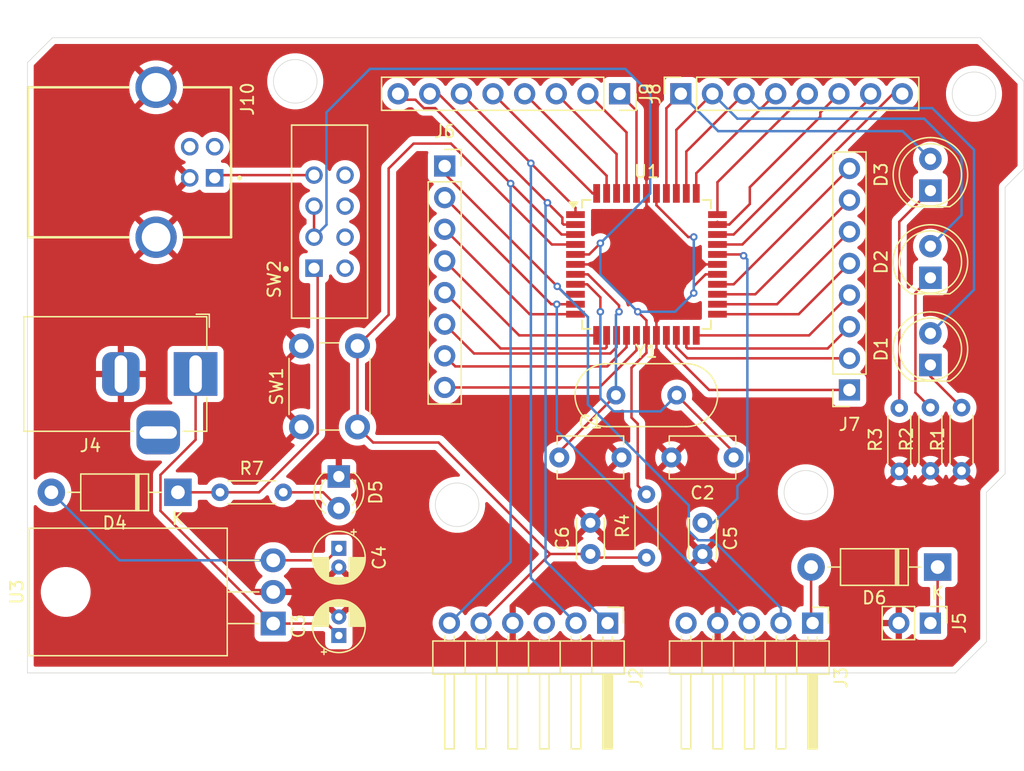
<source format=kicad_pcb>
(kicad_pcb (version 20241229) (generator "pcbnew") (generator_version "9.0")
  (layers (0 "F.Cu" signal) (2 "B.Cu" signal) (13 "F.Paste" user) (15 "B.Paste" user) (5 "F.SilkS" user "F.Silkscreen") (7 "B.SilkS" user "B.Silkscreen") (1 "F.Mask" user) (3 "B.Mask" user) (25 "Edge.Cuts" user))
  (net 0 "")
  (net 1 "Net-(U1-XTAL2)")
  (net 2 "GND")
  (net 3 "Net-(U1-XTAL1)")
  (net 4 "/12V")
  (net 5 "Net-(D4-A)")
  (net 6 "Net-(U1-AREF)")
  (net 7 "/RESET")
  (net 8 "/A2")
  (net 9 "Net-(D1-K)")
  (net 10 "Net-(D2-K)")
  (net 11 "/A1")
  (net 12 "/A0")
  (net 13 "Net-(D3-K)")
  (net 14 "/S1_5V")
  (net 15 "Net-(D5-A)")
  (net 16 "Net-(D6-K)")
  (net 17 "/3V3")
  (net 19 "/B7")
  (net 20 "/B6")
  (net 21 "/B5")
  (net 22 "/D1")
  (net 24 "/D0")
  (net 25 "/D4")
  (net 26 "/D6")
  (net 27 "/D7")
  (net 28 "/D5")
  (net 29 "/D2")
  (net 30 "/D3")
  (net 31 "/C5")
  (net 32 "/C6")
  (net 33 "/C4")
  (net 34 "/C7")
  (net 35 "/C0")
  (net 36 "/C1")
  (net 37 "/C3")
  (net 38 "/C2")
  (net 39 "/B2")
  (net 40 "/B3")
  (net 41 "/B1")
  (net 42 "/B0")
  (net 43 "/B4")
  (net 44 "/A7")
  (net 45 "/A6")
  (net 46 "/A3")
  (net 47 "/A5")
  (net 48 "/A4")
  (net 51 "/S2_5V")
  (net 52 "MC_VCC")
  (footprint "Diode_THT:D_DO-41_SOD81_P10.16mm_Horizontal" (layer "F.Cu") (at 101.08 79 180)
    (property "Reference" "D4" (at 5.08 -2.47 0) (layer "F.SilkS"))
    (property "Value" "1N4007")
    (fp_text user "K" (at 0 -2.1 0) (layer "F.SilkS"))
    (pad "1" thru_hole rect (at 0 0 180) (size 2.2 2.2) (drill 1.1) (layers "*.Cu" "*.Mask") (net 14 "/S1_5V"))
    (pad "2" thru_hole oval (at 10.16 0 180) (size 2.2 2.2) (drill 1.1) (layers "*.Cu" "*.Mask") (net 5 "Net-(D4-A)"))
  )
  (footprint "Connector_PinHeader_2.54mm:PinHeader_1x06_P2.54mm_Horizontal" (layer "F.Cu") (at 135.58 89.5 -90)
    (property "Reference" "J2" (at 4.385 -2.27 90) (layer "F.SilkS"))
    (property "Value" "Conn_01x06_Socket")
    (pad "1" thru_hole rect (at 0 0 270) (size 1.7 1.7) (drill 1) (layers "*.Cu" "*.Mask") (net 20 "/B6"))
    (pad "2" thru_hole oval (at 0 2.54 270) (size 1.7 1.7) (drill 1) (layers "*.Cu" "*.Mask") (net 21 "/B5"))
    (pad "3" thru_hole oval (at 0 5.08 270) (size 1.7 1.7) (drill 1) (layers "*.Cu" "*.Mask"))
    (pad "4" thru_hole oval (at 0 7.62 270) (size 1.7 1.7) (drill 1) (layers "*.Cu" "*.Mask") (net 2 "GND"))
    (pad "5" thru_hole oval (at 0 10.16 270) (size 1.7 1.7) (drill 1) (layers "*.Cu" "*.Mask") (net 7 "/RESET"))
    (pad "6" thru_hole oval (at 0 12.7 270) (size 1.7 1.7) (drill 1) (layers "*.Cu" "*.Mask") (net 19 "/B7"))
  )
  (footprint "Connector_PinHeader_2.54mm:PinHeader_1x02_P2.54mm_Vertical" (layer "F.Cu") (at 161.5 89.5 -90)
    (property "Reference" "J5" (at 0 -2.33 90) (layer "F.SilkS"))
    (property "Value" "Conn_01x02_Socket")
    (pad "1" thru_hole rect (at 0 0 270) (size 1.7 1.7) (drill 1) (layers "*.Cu" "*.Mask") (net 16 "Net-(D6-K)"))
    (pad "2" thru_hole oval (at 0 2.54 270) (size 1.7 1.7) (drill 1) (layers "*.Cu" "*.Mask") (net 2 "GND"))
  )
  (footprint "Resistor_THT:R_Axial_DIN0204_L3.6mm_D1.6mm_P5.08mm_Horizontal" (layer "F.Cu") (at 159 77.315 90)
    (property "Reference" "R3" (at 2.54 -1.92 90) (layer "F.SilkS"))
    (property "Value" "R")
    (pad "1" thru_hole circle (at 0 0 90) (size 1.4 1.4) (drill 0.7) (layers "*.Cu" "*.Mask") (net 2 "GND"))
    (pad "2" thru_hole oval (at 5.08 0 90) (size 1.4 1.4) (drill 0.7) (layers "*.Cu" "*.Mask") (net 13 "Net-(D3-K)"))
  )
  (footprint "Connector_PinSocket_2.54mm:PinSocket_1x08_P2.54mm_Vertical" (layer "F.Cu") (at 122.5 52.8)
    (property "Reference" "J6" (at 0 -2.77 0) (layer "F.SilkS"))
    (property "Value" "Conn_01x08_Socket")
    (pad "1" thru_hole rect (at 0 0) (size 1.7 1.7) (drill 1) (layers "*.Cu" "*.Mask") (net 24 "/D0"))
    (pad "2" thru_hole oval (at 0 2.54) (size 1.7 1.7) (drill 1) (layers "*.Cu" "*.Mask") (net 22 "/D1"))
    (pad "3" thru_hole oval (at 0 5.08) (size 1.7 1.7) (drill 1) (layers "*.Cu" "*.Mask") (net 29 "/D2"))
    (pad "4" thru_hole oval (at 0 7.62) (size 1.7 1.7) (drill 1) (layers "*.Cu" "*.Mask") (net 30 "/D3"))
    (pad "5" thru_hole oval (at 0 10.16) (size 1.7 1.7) (drill 1) (layers "*.Cu" "*.Mask") (net 25 "/D4"))
    (pad "6" thru_hole oval (at 0 12.7) (size 1.7 1.7) (drill 1) (layers "*.Cu" "*.Mask") (net 28 "/D5"))
    (pad "7" thru_hole oval (at 0 15.24) (size 1.7 1.7) (drill 1) (layers "*.Cu" "*.Mask") (net 26 "/D6"))
    (pad "8" thru_hole oval (at 0 17.78) (size 1.7 1.7) (drill 1) (layers "*.Cu" "*.Mask") (net 27 "/D7"))
  )
  (footprint "Resistor_THT:R_Axial_DIN0204_L3.6mm_D1.6mm_P5.08mm_Horizontal" (layer "F.Cu") (at 138.7 84.24 90)
    (property "Reference" "R4" (at 2.54 -1.92 90) (layer "F.SilkS"))
    (property "Value" "R")
    (pad "1" thru_hole circle (at 0 0 90) (size 1.4 1.4) (drill 0.7) (layers "*.Cu" "*.Mask") (net 7 "/RESET"))
    (pad "2" thru_hole oval (at 5.08 0 90) (size 1.4 1.4) (drill 0.7) (layers "*.Cu" "*.Mask") (net 52 "MC_VCC"))
  )
  (footprint "Connector_PinSocket_2.54mm:PinSocket_1x08_P2.54mm_Vertical" (layer "F.Cu") (at 155 70.78 180)
    (property "Reference" "J7" (at 0 -2.77 0) (layer "F.SilkS"))
    (property "Value" "Conn_01x08_Socket")
    (pad "1" thru_hole rect (at 0 0 180) (size 1.7 1.7) (drill 1) (layers "*.Cu" "*.Mask") (net 35 "/C0"))
    (pad "2" thru_hole oval (at 0 2.54 180) (size 1.7 1.7) (drill 1) (layers "*.Cu" "*.Mask") (net 36 "/C1"))
    (pad "3" thru_hole oval (at 0 5.08 180) (size 1.7 1.7) (drill 1) (layers "*.Cu" "*.Mask") (net 38 "/C2"))
    (pad "4" thru_hole oval (at 0 7.62 180) (size 1.7 1.7) (drill 1) (layers "*.Cu" "*.Mask") (net 37 "/C3"))
    (pad "5" thru_hole oval (at 0 10.16 180) (size 1.7 1.7) (drill 1) (layers "*.Cu" "*.Mask") (net 33 "/C4"))
    (pad "6" thru_hole oval (at 0 12.7 180) (size 1.7 1.7) (drill 1) (layers "*.Cu" "*.Mask") (net 31 "/C5"))
    (pad "7" thru_hole oval (at 0 15.24 180) (size 1.7 1.7) (drill 1) (layers "*.Cu" "*.Mask") (net 32 "/C6"))
    (pad "8" thru_hole oval (at 0 17.78 180) (size 1.7 1.7) (drill 1) (layers "*.Cu" "*.Mask") (net 34 "/C7"))
  )
  (footprint "Connector_BarrelJack:BarrelJack_Horizontal" (layer "F.Cu") (at 102.5 69.5)
    (property "Reference" "J4" (at -8.45 5.75 0) (layer "F.SilkS"))
    (property "Value" "Jack-DC")
    (pad "1" thru_hole rect (at 0 0) (size 3.5 3.5) (drill oval 1 3) (layers "*.Cu" "*.Mask") (net 4 "/12V"))
    (pad "2" thru_hole roundrect (at -6 0) (size 3 3.5) (drill oval 1 3) (layers "*.Cu" "*.Mask") (net 2 "GND"))
    (pad "3" thru_hole roundrect (at -3 4.7) (size 3.5 3.5) (drill oval 3 1) (layers "*.Cu" "*.Mask"))
  )
  (footprint "Capacitor_THT:CP_Radial_D4.0mm_P1.50mm" (layer "F.Cu") (at 114 83.5 -90)
    (property "Reference" "C4" (at 0.75 -3.25 90) (layer "F.SilkS"))
    (property "Value" "C_Polarized_Small")
    (pad "1" thru_hole rect (at 0 0 270) (size 1.2 1.2) (drill 0.6) (layers "*.Cu" "*.Mask") (net 5 "Net-(D4-A)"))
    (pad "2" thru_hole circle (at 1.5 0 270) (size 1.2 1.2) (drill 0.6) (layers "*.Cu" "*.Mask") (net 2 "GND"))
  )
  (footprint "LED_THT:LED_D3.0mm" (layer "F.Cu") (at 114 77.73 -90)
    (property "Reference" "D5" (at 1.27 -2.96 90) (layer "F.SilkS"))
    (property "Value" "LED")
    (pad "1" thru_hole rect (at 0 0 270) (size 1.8 1.8) (drill 0.9) (layers "*.Cu" "*.Mask") (net 2 "GND"))
    (pad "2" thru_hole circle (at 2.54 0 270) (size 1.8 1.8) (drill 0.9) (layers "*.Cu" "*.Mask") (net 15 "Net-(D5-A)"))
  )
  (footprint "LED_THT:LED_D5.0mm" (layer "F.Cu") (at 161.5 54.775 90)
    (property "Reference" "D3" (at 1.27 -3.96 90) (layer "F.SilkS"))
    (property "Value" "LED")
    (pad "1" thru_hole rect (at 0 0 90) (size 1.8 1.8) (drill 0.9) (layers "*.Cu" "*.Mask") (net 13 "Net-(D3-K)"))
    (pad "2" thru_hole circle (at 2.54 0 90) (size 1.8 1.8) (drill 0.9) (layers "*.Cu" "*.Mask") (net 12 "/A0"))
  )
  (footprint "LED_THT:LED_D5.0mm" (layer "F.Cu") (at 161.5 68.775 90)
    (property "Reference" "D1" (at 1.27 -3.96 90) (layer "F.SilkS"))
    (property "Value" "LED")
    (pad "1" thru_hole rect (at 0 0 90) (size 1.8 1.8) (drill 0.9) (layers "*.Cu" "*.Mask") (net 9 "Net-(D1-K)"))
    (pad "2" thru_hole circle (at 2.54 0 90) (size 1.8 1.8) (drill 0.9) (layers "*.Cu" "*.Mask") (net 8 "/A2"))
  )
  (footprint "Connector_PinHeader_2.54mm:PinHeader_1x05_P2.54mm_Horizontal" (layer "F.Cu") (at 152.04 89.5 -90)
    (property "Reference" "J3" (at 4.385 -2.27 90) (layer "F.SilkS"))
    (property "Value" "Conn_01x05_Socket")
    (pad "1" thru_hole rect (at 0 0 270) (size 1.7 1.7) (drill 1) (layers "*.Cu" "*.Mask") (net 17 "/3V3"))
    (pad "2" thru_hole oval (at 0 2.54 270) (size 1.7 1.7) (drill 1) (layers "*.Cu" "*.Mask") (net 24 "/D0"))
    (pad "3" thru_hole oval (at 0 5.08 270) (size 1.7 1.7) (drill 1) (layers "*.Cu" "*.Mask") (net 22 "/D1"))
    (pad "4" thru_hole oval (at 0 7.62 270) (size 1.7 1.7) (drill 1) (layers "*.Cu" "*.Mask") (net 2 "GND"))
    (pad "5" thru_hole oval (at 0 10.16 270) (size 1.7 1.7) (drill 1) (layers "*.Cu" "*.Mask"))
  )
  (footprint "Capacitor_THT:C_Disc_D5.1mm_W3.2mm_P5.00mm" (layer "F.Cu") (at 131.7 76.2)
    (property "Reference" "C1" (at 2.5 -2.85 0) (layer "F.SilkS"))
    (property "Value" "22pF")
    (pad "1" thru_hole circle (at 0 0) (size 1.6 1.6) (drill 0.8) (layers "*.Cu" "*.Mask") (net 1 "Net-(U1-XTAL2)"))
    (pad "2" thru_hole circle (at 5 0) (size 1.6 1.6) (drill 0.8) (layers "*.Cu" "*.Mask") (net 2 "GND"))
  )
  (footprint "Usb-B:SAMTEC_USBR-B-S-S-O-TH" (layer "F.Cu") (at 104.0275 53.75 -90)
    (property "Reference" "J10" (at -6.325 -2.635 90) (layer "F.SilkS"))
    (property "Value" "USBR")
    (pad "1" thru_hole rect (at 0 0 270) (size 1.408 1.408) (drill 0.9) (layers "*.Cu" "*.Mask") (net 51 "/S2_5V"))
    (pad "2" thru_hole circle (at -2.5 0 270) (size 1.408 1.408) (drill 0.9) (layers "*.Cu" "*.Mask"))
    (pad "3" thru_hole circle (at -2.5 2 270) (size 1.408 1.408) (drill 0.9) (layers "*.Cu" "*.Mask"))
    (pad "4" thru_hole circle (at 0 2 270) (size 1.408 1.408) (drill 0.9) (layers "*.Cu" "*.Mask") (net 2 "GND"))
    (pad "S1" thru_hole circle (at 4.77 4.7 270) (size 3.316 3.316) (drill 2.3) (layers "*.Cu" "*.Mask") (net 2 "GND"))
    (pad "S2" thru_hole circle (at -7.27 4.7 270) (size 3.316 3.316) (drill 2.3) (layers "*.Cu" "*.Mask") (net 2 "GND"))
  )
  (footprint "Resistor_THT:R_Axial_DIN0204_L3.6mm_D1.6mm_P5.08mm_Horizontal" (layer "F.Cu") (at 104.46 79)
    (property "Reference" "R7" (at 2.54 -1.92 0) (layer "F.SilkS"))
    (property "Value" "R")
    (pad "1" thru_hole circle (at 0 0) (size 1.4 1.4) (drill 0.7) (layers "*.Cu" "*.Mask") (net 14 "/S1_5V"))
    (pad "2" thru_hole oval (at 5.08 0) (size 1.4 1.4) (drill 0.7) (layers "*.Cu" "*.Mask") (net 15 "Net-(D5-A)"))
  )
  (footprint "Capacitor_THT:C_Disc_D3.0mm_W2.0mm_P2.50mm" (layer "F.Cu") (at 143.2 81.45 -90)
    (property "Reference" "C5" (at 1.25 -2.25 90) (layer "F.SilkS"))
    (property "Value" "100nF")
    (pad "1" thru_hole circle (at 0 0 270) (size 1.6 1.6) (drill 0.8) (layers "*.Cu" "*.Mask") (net 6 "Net-(U1-AREF)"))
    (pad "2" thru_hole circle (at 2.5 0 270) (size 1.6 1.6) (drill 0.8) (layers "*.Cu" "*.Mask") (net 2 "GND"))
  )
  (footprint "Connector_PinSocket_2.54mm:PinSocket_1x08_P2.54mm_Vertical" (layer "F.Cu") (at 136.54 47 -90)
    (property "Reference" "J8" (at 0 -2.77 90) (layer "F.SilkS"))
    (property "Value" "Conn_01x08_Socket")
    (pad "1" thru_hole rect (at 0 0 270) (size 1.7 1.7) (drill 1) (layers "*.Cu" "*.Mask") (net 42 "/B0"))
    (pad "2" thru_hole oval (at 0 2.54 270) (size 1.7 1.7) (drill 1) (layers "*.Cu" "*.Mask") (net 41 "/B1"))
    (pad "3" thru_hole oval (at 0 5.08 270) (size 1.7 1.7) (drill 1) (layers "*.Cu" "*.Mask") (net 39 "/B2"))
    (pad "4" thru_hole oval (at 0 7.62 270) (size 1.7 1.7) (drill 1) (layers "*.Cu" "*.Mask") (net 40 "/B3"))
    (pad "5" thru_hole oval (at 0 10.16 270) (size 1.7 1.7) (drill 1) (layers "*.Cu" "*.Mask") (net 43 "/B4"))
    (pad "6" thru_hole oval (at 0 12.7 270) (size 1.7 1.7) (drill 1) (layers "*.Cu" "*.Mask") (net 21 "/B5"))
    (pad "7" thru_hole oval (at 0 15.24 270) (size 1.7 1.7) (drill 1) (layers "*.Cu" "*.Mask") (net 20 "/B6"))
    (pad "8" thru_hole oval (at 0 17.78 270) (size 1.7 1.7) (drill 1) (layers "*.Cu" "*.Mask") (net 19 "/B7"))
  )
  (footprint "Resistor_THT:R_Axial_DIN0204_L3.6mm_D1.6mm_P5.08mm_Horizontal" (layer "F.Cu") (at 164 77.275 90)
    (property "Reference" "R1" (at 2.54 -1.92 90) (layer "F.SilkS"))
    (property "Value" "R")
    (pad "1" thru_hole circle (at 0 0 90) (size 1.4 1.4) (drill 0.7) (layers "*.Cu" "*.Mask") (net 2 "GND"))
    (pad "2" thru_hole oval (at 5.08 0 90) (size 1.4 1.4) (drill 0.7) (layers "*.Cu" "*.Mask") (net 9 "Net-(D1-K)"))
  )
  (footprint "LED_THT:LED_D5.0mm" (layer "F.Cu") (at 161.5 61.775 90)
    (property "Reference" "D2" (at 1.27 -3.96 90) (layer "F.SilkS"))
    (property "Value" "LED")
    (pad "1" thru_hole rect (at 0 0 90) (size 1.8 1.8) (drill 0.9) (layers "*.Cu" "*.Mask") (net 10 "Net-(D2-K)"))
    (pad "2" thru_hole circle (at 2.54 0 90) (size 1.8 1.8) (drill 0.9) (layers "*.Cu" "*.Mask") (net 11 "/A1"))
  )
  (footprint "Connector_PinSocket_2.54mm:PinSocket_1x08_P2.54mm_Vertical" (layer "F.Cu") (at 141.46 47 90)
    (property "Reference" "J9" (at 0 -2.77 90) (layer "F.SilkS"))
    (property "Value" "Conn_01x08_Socket")
    (pad "1" thru_hole rect (at 0 0 90) (size 1.7 1.7) (drill 1) (layers "*.Cu" "*.Mask") (net 12 "/A0"))
    (pad "2" thru_hole oval (at 0 2.54 90) (size 1.7 1.7) (drill 1) (layers "*.Cu" "*.Mask") (net 11 "/A1"))
    (pad "3" thru_hole oval (at 0 5.08 90) (size 1.7 1.7) (drill 1) (layers "*.Cu" "*.Mask") (net 8 "/A2"))
    (pad "4" thru_hole oval (at 0 7.62 90) (size 1.7 1.7) (drill 1) (layers "*.Cu" "*.Mask") (net 46 "/A3"))
    (pad "5" thru_hole oval (at 0 10.16 90) (size 1.7 1.7) (drill 1) (layers "*.Cu" "*.Mask") (net 48 "/A4"))
    (pad "6" thru_hole oval (at 0 12.7 90) (size 1.7 1.7) (drill 1) (layers "*.Cu" "*.Mask") (net 47 "/A5"))
    (pad "7" thru_hole oval (at 0 15.24 90) (size 1.7 1.7) (drill 1) (layers "*.Cu" "*.Mask") (net 45 "/A6"))
    (pad "8" thru_hole oval (at 0 17.78 90) (size 1.7 1.7) (drill 1) (layers "*.Cu" "*.Mask") (net 44 "/A7"))
  )
  (footprint "Diode_THT:D_DO-41_SOD81_P10.16mm_Horizontal" (layer "F.Cu") (at 162.08 85 180)
    (property "Reference" "D6" (at 5.08 -2.47 0) (layer "F.SilkS"))
    (property "Value" "1N4007")
    (fp_text user "K" (at 0 -2.1 0) (layer "F.SilkS"))
    (pad "1" thru_hole rect (at 0 0 180) (size 2.2 2.2) (drill 1.1) (layers "*.Cu" "*.Mask") (net 16 "Net-(D6-K)"))
    (pad "2" thru_hole oval (at 10.16 0 180) (size 2.2 2.2) (drill 1.1) (layers "*.Cu" "*.Mask") (net 17 "/3V3"))
  )
  (footprint "Crystal:Crystal_HC49-4H_Vertical" (layer "F.Cu") (at 136.25 71.2)
    (property "Reference" "Y1" (at 2.44 -3.525 0) (layer "F.SilkS"))
    (property "Value" "Crystal")
    (pad "1" thru_hole circle (at 0 0) (size 1.5 1.5) (drill 0.8) (layers "*.Cu" "*.Mask") (net 1 "Net-(U1-XTAL2)"))
    (pad "2" thru_hole circle (at 4.88 0) (size 1.5 1.5) (drill 0.8) (layers "*.Cu" "*.Mask") (net 3 "Net-(U1-XTAL1)"))
  )
  (footprint "Button_Switch_THT:SW_PUSH_6mm_H5mm" (layer "F.Cu") (at 111 73.75 90)
    (property "Reference" "SW1" (at 3.25 -2 90) (layer "F.SilkS"))
    (property "Value" "SW_Push")
    (pad "1" thru_hole circle (at 0 0 180) (size 2 2) (drill 1.1) (layers "*.Cu" "*.Mask") (net 2 "GND"))
    (pad "1" thru_hole circle (at 6.5 0 180) (size 2 2) (drill 1.1) (layers "*.Cu" "*.Mask") (net 2 "GND"))
    (pad "2" thru_hole circle (at 0 4.5 180) (size 2 2) (drill 1.1) (layers "*.Cu" "*.Mask") (net 7 "/RESET"))
    (pad "2" thru_hole circle (at 6.5 4.5 180) (size 2 2) (drill 1.1) (layers "*.Cu" "*.Mask") (net 7 "/RESET"))
  )
  (footprint "Resistor_THT:R_Axial_DIN0204_L3.6mm_D1.6mm_P5.08mm_Horizontal" (layer "F.Cu") (at 161.5 77.275 90)
    (property "Reference" "R2" (at 2.54 -1.92 90) (layer "F.SilkS"))
    (property "Value" "R")
    (pad "1" thru_hole circle (at 0 0 90) (size 1.4 1.4) (drill 0.7) (layers "*.Cu" "*.Mask") (net 2 "GND"))
    (pad "2" thru_hole oval (at 5.08 0 90) (size 1.4 1.4) (drill 0.7) (layers "*.Cu" "*.Mask") (net 10 "Net-(D2-K)"))
  )
  (footprint "Capacitor_THT:C_Disc_D3.0mm_W2.0mm_P2.50mm" (layer "F.Cu") (at 134.2 83.95 90)
    (property "Reference" "C6" (at 1.25 -2.25 90) (layer "F.SilkS"))
    (property "Value" "100nF")
    (pad "1" thru_hole circle (at 0 0 90) (size 1.6 1.6) (drill 0.8) (layers "*.Cu" "*.Mask") (net 7 "/RESET"))
    (pad "2" thru_hole circle (at 2.5 0 90) (size 1.6 1.6) (drill 0.8) (layers "*.Cu" "*.Mask") (net 2 "GND"))
  )
  (footprint "Capacitor_THT:CP_Radial_D4.0mm_P1.50mm" (layer "F.Cu") (at 114 90.5 90)
    (property "Reference" "C3" (at 0.75 -3.25 90) (layer "F.SilkS"))
    (property "Value" "uF")
    (pad "1" thru_hole rect (at 0 0 90) (size 1.2 1.2) (drill 0.6) (layers "*.Cu" "*.Mask") (net 4 "/12V"))
    (pad "2" thru_hole circle (at 1.5 0 90) (size 1.2 1.2) (drill 0.6) (layers "*.Cu" "*.Mask") (net 2 "GND"))
  )
  (footprint "Capacitor_THT:C_Disc_D5.1mm_W3.2mm_P5.00mm" (layer "F.Cu") (at 145.7 76.2 180)
    (property "Reference" "C2" (at 2.5 -2.85 0) (layer "F.SilkS"))
    (property "Value" "22pF")
    (pad "1" thru_hole circle (at 0 0 180) (size 1.6 1.6) (drill 0.8) (layers "*.Cu" "*.Mask") (net 3 "Net-(U1-XTAL1)"))
    (pad "2" thru_hole circle (at 5 0 180) (size 1.6 1.6) (drill 0.8) (layers "*.Cu" "*.Mask") (net 2 "GND"))
  )
  (footprint "Package_TO_SOT_THT:TO-220-3_Horizontal_TabDown" (layer "F.Cu") (at 108.73 89.54 90)
    (property "Reference" "U3" (at 2.54 -20.58 90) (layer "F.SilkS"))
    (property "Value" "LM7805_TO220")
    (pad "" np_thru_hole circle (at 2.54 -16.66 90) (size 3.5 3.5) (drill 3.5) (layers "*.Cu" "*.Mask"))
    (pad "1" thru_hole rect (at 0 0 90) (size 1.905 2) (drill 1.1) (layers "*.Cu" "*.Mask") (net 4 "/12V"))
    (pad "2" thru_hole oval (at 2.54 0 90) (size 1.905 2) (drill 1.1) (layers "*.Cu" "*.Mask") (net 2 "GND"))
    (pad "3" thru_hole oval (at 5.08 0 90) (size 1.905 2) (drill 1.1) (layers "*.Cu" "*.Mask") (net 5 "Net-(D4-A)"))
  )
  (footprint "Package_QFP:TQFP-44_10x10mm_P0.8mm" (layer "F.Cu") (at 138.7 60.7)
    (property "Reference" "U1" (at 0 -7.45 0) (layer "F.SilkS"))
    (property "Value" "ATmega32A-A")
    (pad "1" smd rect (at -5.7 -4) (size 1.5 0.55) (layers "F.Cu" "F.Mask" "F.Paste") (net 21 "/B5"))
    (pad "2" smd rect (at -5.7 -3.2) (size 1.5 0.55) (layers "F.Cu" "F.Mask" "F.Paste") (net 20 "/B6"))
    (pad "3" smd rect (at -5.7 -2.4) (size 1.5 0.55) (layers "F.Cu" "F.Mask" "F.Paste") (net 19 "/B7"))
    (pad "4" smd rect (at -5.7 -1.6) (size 1.5 0.55) (layers "F.Cu" "F.Mask" "F.Paste") (net 7 "/RESET"))
    (pad "5" smd rect (at -5.7 -0.8) (size 1.5 0.55) (layers "F.Cu" "F.Mask" "F.Paste") (net 52 "MC_VCC"))
    (pad "6" smd rect (at -5.7 0) (size 1.5 0.55) (layers "F.Cu" "F.Mask" "F.Paste") (net 2 "GND"))
    (pad "7" smd rect (at -5.7 0.8) (size 1.5 0.55) (layers "F.Cu" "F.Mask" "F.Paste") (net 1 "Net-(U1-XTAL2)"))
    (pad "8" smd rect (at -5.7 1.6) (size 1.5 0.55) (layers "F.Cu" "F.Mask" "F.Paste") (net 3 "Net-(U1-XTAL1)"))
    (pad "9" smd rect (at -5.7 2.4) (size 1.5 0.55) (layers "F.Cu" "F.Mask" "F.Paste") (net 24 "/D0"))
    (pad "10" smd rect (at -5.7 3.2) (size 1.5 0.55) (layers "F.Cu" "F.Mask" "F.Paste") (net 22 "/D1"))
    (pad "11" smd rect (at -5.7 4) (size 1.5 0.55) (layers "F.Cu" "F.Mask" "F.Paste") (net 29 "/D2"))
    (pad "12" smd rect (at -4 5.7 90) (size 1.5 0.55) (layers "F.Cu" "F.Mask" "F.Paste") (net 30 "/D3"))
    (pad "13" smd rect (at -3.2 5.7 90) (size 1.5 0.55) (layers "F.Cu" "F.Mask" "F.Paste") (net 25 "/D4"))
    (pad "14" smd rect (at -2.4 5.7 90) (size 1.5 0.55) (layers "F.Cu" "F.Mask" "F.Paste") (net 28 "/D5"))
    (pad "15" smd rect (at -1.6 5.7 90) (size 1.5 0.55) (layers "F.Cu" "F.Mask" "F.Paste") (net 26 "/D6"))
    (pad "16" smd rect (at -0.8 5.7 90) (size 1.5 0.55) (layers "F.Cu" "F.Mask" "F.Paste") (net 27 "/D7"))
    (pad "17" smd rect (at 0 5.7 90) (size 1.5 0.55) (layers "F.Cu" "F.Mask" "F.Paste") (net 52 "MC_VCC"))
    (pad "18" smd rect (at 0.8 5.7 90) (size 1.5 0.55) (layers "F.Cu" "F.Mask" "F.Paste") (net 2 "GND"))
    (pad "19" smd rect (at 1.6 5.7 90) (size 1.5 0.55) (layers "F.Cu" "F.Mask" "F.Paste") (net 35 "/C0"))
    (pad "20" smd rect (at 2.4 5.7 90) (size 1.5 0.55) (layers "F.Cu" "F.Mask" "F.Paste") (net 36 "/C1"))
    (pad "21" smd rect (at 3.2 5.7 90) (size 1.5 0.55) (layers "F.Cu" "F.Mask" "F.Paste") (net 38 "/C2"))
    (pad "22" smd rect (at 4 5.7 90) (size 1.5 0.55) (layers "F.Cu" "F.Mask" "F.Paste") (net 37 "/C3"))
    (pad "23" smd rect (at 5.7 4) (size 1.5 0.55) (layers "F.Cu" "F.Mask" "F.Paste") (net 33 "/C4"))
    (pad "24" smd rect (at 5.7 3.2) (size 1.5 0.55) (layers "F.Cu" "F.Mask" "F.Paste") (net 31 "/C5"))
    (pad "25" smd rect (at 5.7 2.4) (size 1.5 0.55) (layers "F.Cu" "F.Mask" "F.Paste") (net 32 "/C6"))
    (pad "26" smd rect (at 5.7 1.6) (size 1.5 0.55) (layers "F.Cu" "F.Mask" "F.Paste") (net 34 "/C7"))
    (pad "27" smd rect (at 5.7 0.8) (size 1.5 0.55) (layers "F.Cu" "F.Mask" "F.Paste") (net 52 "MC_VCC"))
    (pad "28" smd rect (at 5.7 0) (size 1.5 0.55) (layers "F.Cu" "F.Mask" "F.Paste") (net 2 "GND"))
    (pad "29" smd rect (at 5.7 -0.8) (size 1.5 0.55) (layers "F.Cu" "F.Mask" "F.Paste") (net 6 "Net-(U1-AREF)"))
    (pad "30" smd rect (at 5.7 -1.6) (size 1.5 0.55) (layers "F.Cu" "F.Mask" "F.Paste") (net 44 "/A7"))
    (pad "31" smd rect (at 5.7 -2.4) (size 1.5 0.55) (layers "F.Cu" "F.Mask" "F.Paste") (net 45 "/A6"))
    (pad "32" smd rect (at 5.7 -3.2) (size 1.5 0.55) (layers "F.Cu" "F.Mask" "F.Paste") (net 47 "/A5"))
    (pad "33" smd rect (at 5.7 -4) (size 1.5 0.55) (layers "F.Cu" "F.Mask" "F.Paste") (net 48 "/A4"))
    (pad "34" smd rect (at 4 -5.7 90) (size 1.5 0.55) (layers "F.Cu" "F.Mask" "F.Paste") (net 46 "/A3"))
    (pad "35" smd rect (at 3.2 -5.7 90) (size 1.5 0.55) (layers "F.Cu" "F.Mask" "F.Paste") (net 8 "/A2"))
    (pad "36" smd rect (at 2.4 -5.7 90) (size 1.5 0.55) (layers "F.Cu" "F.Mask" "F.Paste") (net 11 "/A1"))
    (pad "37" smd rect (at 1.6 -5.7 90) (size 1.5 0.55) (layers "F.Cu" "F.Mask" "F.Paste") (net 12 "/A0"))
    (pad "38" smd rect (at 0.8 -5.7 90) (size 1.5 0.55) (layers "F.Cu" "F.Mask" "F.Paste") (net 52 "MC_VCC"))
    (pad "39" smd rect (at 0 -5.7 90) (size 1.5 0.55) (layers "F.Cu" "F.Mask" "F.Paste") (net 2 "GND"))
    (pad "40" smd rect (at -0.8 -5.7 90) (size 1.5 0.55) (layers "F.Cu" "F.Mask" "F.Paste") (net 42 "/B0"))
    (pad "41" smd rect (at -1.6 -5.7 90) (size 1.5 0.55) (layers "F.Cu" "F.Mask" "F.Paste") (net 41 "/B1"))
    (pad "42" smd rect (at -2.4 -5.7 90) (size 1.5 0.55) (layers "F.Cu" "F.Mask" "F.Paste") (net 39 "/B2"))
    (pad "43" smd rect (at -3.2 -5.7 90) (size 1.5 0.55) (layers "F.Cu" "F.Mask" "F.Paste") (net 40 "/B3"))
    (pad "44" smd rect (at -4 -5.7 90) (size 1.5 0.55) (layers "F.Cu" "F.Mask" "F.Paste") (net 43 "/B4"))
  )
  (footprint "DP3T:SW_1825163-2" (layer "F.Cu") (at 112.01 61 90)
    (property "Reference" "SW2" (at -0.891265 -3.194545 90) (layer "F.SilkS") (effects (font (size 1.001425 1.001425))))
    (property "Value" "1825163-2")
    (pad "1" thru_hole rect (at 0 0 90) (size 1.397 1.397) (drill 0.889) (layers "*.Cu" "*.Mask") (net 14 "/S1_5V"))
    (pad "2" thru_hole circle (at 2.49 0 90) (size 1.397 1.397) (drill 0.889) (layers "*.Cu" "*.Mask") (net 52 "MC_VCC"))
    (pad "3" thru_hole circle (at 4.98 0 90) (size 1.397 1.397) (drill 0.889) (layers "*.Cu" "*.Mask") (net 52 "MC_VCC"))
    (pad "4" thru_hole circle (at 7.47 0 90) (size 1.397 1.397) (drill 0.889) (layers "*.Cu" "*.Mask") (net 51 "/S2_5V"))
    (pad "5" thru_hole circle (at 0 2.49 90) (size 1.397 1.397) (drill 0.889) (layers "*.Cu" "*.Mask"))
    (pad "6" thru_hole circle (at 2.49 2.49 90) (size 1.397 1.397) (drill 0.889) (layers "*.Cu" "*.Mask"))
    (pad "7" thru_hole circle (at 4.98 2.49 90) (size 1.397 1.397) (drill 0.889) (layers "*.Cu" "*.Mask"))
    (pad "8" thru_hole circle (at 7.47 2.49 90) (size 1.397 1.397) (drill 0.889) (layers "*.Cu" "*.Mask"))
  )
  (gr_line (start 169 53) (end 167.5 54.5) (stroke (width 0.05)) (layer "Edge.Cuts"))
  (gr_line (start 166 79) (end 166 91) (stroke (width 0.05)) (layer "Edge.Cuts"))
  (gr_line (start 165.5 42.5) (end 91 42.5) (stroke (width 0.05)) (layer "Edge.Cuts"))
  (gr_circle (center 110.5 46) (end 112.25 46) (stroke (width 0.05)) (fill no) (layer "Edge.Cuts"))
  (gr_line (start 167.5 77.5) (end 166 79) (stroke (width 0.05)) (layer "Edge.Cuts"))
  (gr_line (start 166 91) (end 163.5 93.5) (stroke (width 0.05)) (layer "Edge.Cuts"))
  (gr_line (start 163.5 93.5) (end 89 93.5) (stroke (width 0.05)) (layer "Edge.Cuts"))
  (gr_circle (center 123.5 80) (end 125.25 80) (stroke (width 0.05)) (fill no) (layer "Edge.Cuts"))
  (gr_line (start 167.5 54.5) (end 167.5 77.5) (stroke (width 0.05)) (layer "Edge.Cuts"))
  (gr_line (start 89 93.5) (end 89 44.5) (stroke (width 0.05)) (layer "Edge.Cuts"))
  (gr_line (start 169 46) (end 169 53) (stroke (width 0.05)) (layer "Edge.Cuts"))
  (gr_circle (center 151.5 79) (end 153.25 79) (stroke (width 0.05)) (fill no) (layer "Edge.Cuts"))
  (gr_circle (center 165 47) (end 166.75 47) (stroke (width 0.05)) (fill no) (layer "Edge.Cuts"))
  (gr_line (start 165.5 42.5) (end 169 46) (stroke (width 0.05)) (layer "Edge.Cuts"))
  (gr_line (start 91 42.5) (end 89 44.5) (stroke (width 0.05)) (layer "Edge.Cuts"))
  (segment (start 136.25 71.2) (end 131.7 75.75) (width 0.2) (layer "F.Cu") (net 1))
  (segment (start 136.5 64) (end 136.5 64.5) (width 0.2) (layer "F.Cu") (net 1))
  (segment (start 131.7 75.75) (end 131.7 76.2) (width 0.2) (layer "F.Cu") (net 1))
  (segment (start 134 61.5) (end 136.5 64) (width 0.2) (layer "F.Cu") (net 1))
  (segment (start 133 61.5) (end 134 61.5) (width 0.2) (layer "F.Cu") (net 1))
  (via (at 136.5 64.5) (size 0.6) (drill 0.3) (layers "F.Cu" "B.Cu") (net 1))
  (segment (start 136.25 64.75) (end 136.25 71.2) (width 0.2) (layer "B.Cu") (net 1))
  (segment (start 136.5 64.5) (end 136.25 64.75) (width 0.2) (layer "B.Cu") (net 1))
  (segment (start 139.5 66.4) (end 139.5 68) (width 0.2) (layer "F.Cu") (net 2))
  (segment (start 138.7 55) (end 138.7 55.95) (width 0.2) (layer "F.Cu") (net 2))
  (segment (start 135.55 60.7) (end 139.5 64.65) (width 0.2) (layer "F.Cu") (net 2))
  (segment (start 138.7 55) (end 138.7 53.8) (width 0.2) (layer "F.Cu") (net 2))
  (segment (start 143.45 60.7) (end 138.7 55.95) (width 0.2) (layer "F.Cu") (net 2))
  (segment (start 138.7 53.8) (end 139 53.5) (width 0.2) (layer "F.Cu") (net 2))
  (segment (start 133 60.7) (end 135.55 60.7) (width 0.2) (layer "F.Cu") (net 2))
  (segment (start 143.45 60.7) (end 139.5 64.65) (width 0.2) (layer "F.Cu") (net 2))
  (segment (start 139.5 64.65) (end 139.5 66.4) (width 0.2) (layer "F.Cu") (net 2))
  (segment (start 144.4 60.7) (end 143.45 60.7) (width 0.2) (layer "F.Cu") (net 2))
  (segment (start 133.95 62.3) (end 135 63.35) (width 0.2) (layer "F.Cu") (net 3))
  (segment (start 145.7 75.77) (end 145.7 76.2) (width 0.2) (layer "F.Cu") (net 3))
  (segment (start 135 63.35) (end 135 64.5) (width 0.2) (layer "F.Cu") (net 3))
  (segment (start 133 62.3) (end 133.95 62.3) (width 0.2) (layer "F.Cu") (net 3))
  (segment (start 141.13 71.2) (end 145.7 75.77) (width 0.2) (layer "F.Cu") (net 3))
  (via (at 135 64.5) (size 0.6) (drill 0.3) (layers "F.Cu" "B.Cu") (net 3))
  (segment (start 135 71.436339) (end 136.063661 72.5) (width 0.2) (layer "B.Cu") (net 3))
  (segment (start 135 64.5) (end 135 71.436339) (width 0.2) (layer "B.Cu") (net 3))
  (segment (start 136.063661 72.5) (end 139.83 72.5) (width 0.2) (layer "B.Cu") (net 3))
  (segment (start 139.83 72.5) (end 141.13 71.2) (width 0.2) (layer "B.Cu") (net 3))
  (segment (start 102.5 74.778) (end 99.679 77.599) (width 0.2) (layer "F.Cu") (net 4))
  (segment (start 108.73 89.54) (end 113.04 89.54) (width 0.2) (layer "F.Cu") (net 4))
  (segment (start 99.679 80.489) (end 108.73 89.54) (width 0.2) (layer "F.Cu") (net 4))
  (segment (start 99.679 77.599) (end 99.679 80.489) (width 0.2) (layer "F.Cu") (net 4))
  (segment (start 113.04 89.54) (end 114 90.5) (width 0.2) (layer "F.Cu") (net 4))
  (segment (start 102.5 69.5) (end 102.5 74.778) (width 0.2) (layer "F.Cu") (net 4))
  (segment (start 108.73 84.46) (end 113.04 84.46) (width 0.2) (layer "F.Cu") (net 5))
  (segment (start 113.04 84.46) (end 114 83.5) (width 0.2) (layer "F.Cu") (net 5))
  (segment (start 96.38 84.46) (end 108.73 84.46) (width 0.2) (layer "B.Cu") (net 5))
  (segment (start 90.92 79) (end 96.38 84.46) (width 0.2) (layer "B.Cu") (net 5))
  (segment (start 144.4 59.9) (end 146.4 59.9) (width 0.2) (layer "F.Cu") (net 6))
  (segment (start 146.4 59.9) (end 146.5 60) (width 0.2) (layer "F.Cu") (net 6))
  (via (at 146.5 60) (size 0.6) (drill 0.3) (layers "F.Cu" "B.Cu") (net 6))
  (segment (start 144.05 81.45) (end 143.2 81.45) (width 0.2) (layer "B.Cu") (net 6))
  (segment (start 146.801 60.301) (end 146.801 77.699) (width 0.2) (layer "B.Cu") (net 6))
  (segment (start 146.5 60) (end 146.801 60.301) (width 0.2) (layer "B.Cu") (net 6))
  (segment (start 146.801 77.699) (end 146 78.5) (width 0.2) (layer "B.Cu") (net 6))
  (segment (start 146 79.5) (end 144.05 81.45) (width 0.2) (layer "B.Cu") (net 6))
  (segment (start 146 78.5) (end 146 79.5) (width 0.2) (layer "B.Cu") (net 6))
  (segment (start 130.96 83.96) (end 125.42 89.5) (width 0.2) (layer "F.Cu") (net 7))
  (segment (start 123.002 51) (end 120 51) (width 0.2) (layer "F.Cu") (net 7))
  (segment (start 138.7 84.24) (end 134.49 84.24) (width 0.2) (layer "F.Cu") (net 7))
  (segment (start 133 59.1) (end 131.102 59.1) (width 0.2) (layer "F.Cu") (net 7))
  (segment (start 118 64.75) (end 115.5 67.25) (width 0.2) (layer "F.Cu") (net 7))
  (segment (start 122 75) (end 130.96 83.96) (width 0.2) (layer "F.Cu") (net 7))
  (segment (start 131.102 59.1) (end 123.002 51) (width 0.2) (layer "F.Cu") (net 7))
  (segment (start 115.5 73.75) (end 115.5 67.25) (width 0.2) (layer "F.Cu") (net 7))
  (segment (start 118 53) (end 118 64.75) (width 0.2) (layer "F.Cu") (net 7))
  (segment (start 134.2 83.95) (end 130.97 83.95) (width 0.2) (layer "F.Cu") (net 7))
  (segment (start 115.5 73.75) (end 116.75 75) (width 0.2) (layer "F.Cu") (net 7))
  (segment (start 130.97 83.95) (end 130.96 83.96) (width 0.2) (layer "F.Cu") (net 7))
  (segment (start 116.75 75) (end 122 75) (width 0.2) (layer "F.Cu") (net 7))
  (segment (start 120 51) (end 118 53) (width 0.2) (layer "F.Cu") (net 7))
  (segment (start 134.49 84.24) (end 134.2 83.95) (width 0.2) (layer "F.Cu") (net 7))
  (segment (start 141.9 51.64) (end 141.9 55) (width 0.2) (layer "F.Cu") (net 8))
  (segment (start 146.54 47) (end 141.9 51.64) (width 0.2) (layer "F.Cu") (net 8))
  (segment (start 161.5 66.235) (end 165 62.735) (width 0.2) (layer "B.Cu") (net 8))
  (segment (start 165 62.735) (end 165 51.5) (width 0.2) (layer "B.Cu") (net 8))
  (segment (start 161.651 48.151) (end 147.691 48.151) (width 0.2) (layer "B.Cu") (net 8))
  (segment (start 147.691 48.151) (end 146.54 47) (width 0.2) (layer "B.Cu") (net 8))
  (segment (start 165 51.5) (end 161.651 48.151) (width 0.2) (layer "B.Cu") (net 8))
  (segment (start 164 72.195) (end 161.5 69.695) (width 0.2) (layer "F.Cu") (net 9))
  (segment (start 161.5 69.695) (end 161.5 68.775) (width 0.2) (layer "F.Cu") (net 9))
  (segment (start 160.299 70.994) (end 160.299 62.976) (width 0.2) (layer "F.Cu") (net 10))
  (segment (start 161.5 72.195) (end 160.299 70.994) (width 0.2) (layer "F.Cu") (net 10))
  (segment (start 160.299 62.976) (end 161.5 61.775) (width 0.2) (layer "F.Cu") (net 10))
  (segment (start 144 47) (end 141.1 49.9) (width 0.2) (layer "F.Cu") (net 11))
  (segment (start 141.1 49.9) (end 141.1 55) (width 0.2) (layer "F.Cu") (net 11))
  (segment (start 164 52) (end 161 49) (width 0.2) (layer "B.Cu") (net 11))
  (segment (start 161 49) (end 146 49) (width 0.2) (layer "B.Cu") (net 11))
  (segment (start 164 56.735) (end 164 52) (width 0.2) (layer "B.Cu") (net 11))
  (segment (start 146 49) (end 144 47) (width 0.2) (layer "B.Cu") (net 11))
  (segment (start 161.5 59.235) (end 164 56.735) (width 0.2) (layer "B.Cu") (net 11))
  (segment (start 140.3 48.16) (end 140.3 55) (width 0.2) (layer "F.Cu") (net 12))
  (segment (start 141.46 47) (end 140.3 48.16) (width 0.2) (layer "F.Cu") (net 12))
  (segment (start 144.46 50) (end 141.46 47) (width 0.2) (layer "B.Cu") (net 12))
  (segment (start 161.5 52.235) (end 159.265 50) (width 0.2) (layer "B.Cu") (net 12))
  (segment (start 159.265 50) (end 144.46 50) (width 0.2) (layer "B.Cu") (net 12))
  (segment (start 159 72.235) (end 159 57.275) (width 0.2) (layer "F.Cu") (net 13))
  (segment (start 159 57.275) (end 161.5 54.775) (width 0.2) (layer "F.Cu") (net 13))
  (segment (start 101.08 79) (end 104.46 79) (width 0.2) (layer "F.Cu") (net 14))
  (segment (start 112.01 61) (end 112.301 61.291) (width 0.2) (layer "F.Cu") (net 14))
  (segment (start 112.301 74.288892) (end 107.589892 79) (width 0.2) (layer "F.Cu") (net 14))
  (segment (start 112.301 61.291) (end 112.301 74.288892) (width 0.2) (layer "F.Cu") (net 14))
  (segment (start 107.589892 79) (end 104.46 79) (width 0.2) (layer "F.Cu") (net 14))
  (segment (start 112.73 79) (end 114 80.27) (width 0.2) (layer "F.Cu") (net 15))
  (segment (start 109.54 79) (end 112.73 79) (width 0.2) (layer "F.Cu") (net 15))
  (segment (start 162.08 85) (end 162.08 88.92) (width 0.2) (layer "F.Cu") (net 16))
  (segment (start 162.08 88.92) (end 161.5 89.5) (width 0.2) (layer "F.Cu") (net 16))
  (segment (start 151.92 85) (end 151.92 89.38) (width 0.2) (layer "F.Cu") (net 17))
  (segment (start 151.92 89.38) (end 152.04 89.5) (width 0.2) (layer "F.Cu") (net 17))
  (segment (start 120.82324 48.151) (end 121.73712 48.151) (width 0.2) (layer "F.Cu") (net 19))
  (segment (start 119.23676 47.47676) (end 118.76 47) (width 0.2) (layer "F.Cu") (net 19))
  (segment (start 131.88612 58.3) (end 133 58.3) (width 0.2) (layer "F.Cu") (net 19))
  (segment (start 127.79306 54.20694) (end 131.88612 58.3) (width 0.2) (layer "F.Cu") (net 19))
  (segment (start 121.73712 48.151) (end 127.79306 54.20694) (width 0.2) (layer "F.Cu") (net 19))
  (segment (start 120.149 47.47676) (end 119.23676 47.47676) (width 0.2) (layer "F.Cu") (net 19))
  (segment (start 120.149 47.47676) (end 120.82324 48.151) (width 0.2) (layer "F.Cu") (net 19))
  (via (at 127.79306 54.20694) (size 0.6) (drill 0.3) (layers "F.Cu" "B.Cu") (net 19))
  (segment (start 127.79306 54.20694) (end 127.79306 84.58694) (width 0.2) (layer "B.Cu") (net 19))
  (segment (start 127.79306 84.58694) (end 122.88 89.5) (width 0.2) (layer "B.Cu") (net 19))
  (segment (start 130.75 55.75) (end 131.949 56.949) (width 0.2) (layer "F.Cu") (net 20))
  (segment (start 131.949 57.399) (end 132.05 57.5) (width 0.2) (layer "F.Cu") (net 20))
  (segment (start 122 47) (end 130.75 55.75) (width 0.2) (layer "F.Cu") (net 20))
  (segment (start 132.05 57.5) (end 133 57.5) (width 0.2) (layer "F.Cu") (net 20))
  (segment (start 121.3 47) (end 122 47) (width 0.2) (layer "F.Cu") (net 20))
  (segment (start 131.949 56.949) (end 131.949 57.399) (width 0.2) (layer "F.Cu") (net 20))
  (via (at 130.75 55.75) (size 0.6) (drill 0.3) (layers "F.Cu" "B.Cu") (net 20))
  (segment (start 130.599 84.519) (end 135.58 89.5) (width 0.2) (layer "B.Cu") (net 20))
  (segment (start 130.75 55.75) (end 130.599 55.901) (width 0.2) (layer "B.Cu") (net 20))
  (segment (start 130.599 55.901) (end 130.599 84.519) (width 0.2) (layer "B.Cu") (net 20))
  (segment (start 123.84 47) (end 129.42 52.58) (width 0.2) (layer "F.Cu") (net 21))
  (segment (start 133 56.16) (end 133 56.7) (width 0.2) (layer "F.Cu") (net 21))
  (segment (start 129.42 52.58) (end 133 56.16) (width 0.2) (layer "F.Cu") (net 21))
  (via (at 129.42 52.58) (size 0.6) (drill 0.3) (layers "F.Cu" "B.Cu") (net 21))
  (segment (start 129.42 85.88) (end 133.04 89.5) (width 0.2) (layer "B.Cu") (net 21))
  (segment (start 129.42 52.58) (end 129.42 85.88) (width 0.2) (layer "B.Cu") (net 21))
  (segment (start 122.5 55.34) (end 131.06 63.9) (width 0.2) (layer "F.Cu") (net 22))
  (segment (start 131.06 63.9) (end 131.5 63.9) (width 0.2) (layer "F.Cu") (net 22))
  (segment (start 131.5 63.9) (end 133 63.9) (width 0.2) (layer "F.Cu") (net 22))
  (via (at 131.5 63.9) (size 0.6) (drill 0.3) (layers "F.Cu" "B.Cu") (net 22))
  (segment (start 131.5 63.9) (end 131.5 74.04) (width 0.2) (layer "B.Cu") (net 22))
  (segment (start 131.5 74.04) (end 146.96 89.5) (width 0.2) (layer "B.Cu") (net 22))
  (segment (start 131.5365 62.4635) (end 132.173 63.1) (width 0.2) (layer "F.Cu") (net 24))
  (segment (start 132.173 63.1) (end 133 63.1) (width 0.2) (layer "F.Cu") (net 24))
  (segment (start 122.5 52.8) (end 122.5 53.427) (width 0.2) (layer "F.Cu") (net 24))
  (segment (start 122.5 53.427) (end 131.5365 62.4635) (width 0.2) (layer "F.Cu") (net 24))
  (via (at 131.5365 62.4635) (size 0.6) (drill 0.3) (layers "F.Cu" "B.Cu") (net 24))
  (segment (start 131.5365 62.4635) (end 134 64.927) (width 0.2) (layer "B.Cu") (net 24))
  (segment (start 149.5 88.297919) (end 149.5 89.5) (width 0.2) (layer "B.Cu") (net 24))
  (segment (start 142.849 82.849) (end 144.051081 82.849) (width 0.2) (layer "B.Cu") (net 24))
  (segment (start 142.099 82.099) (end 142.849 82.849) (width 0.2) (layer "B.Cu") (net 24))
  (segment (start 134 71.94295) (end 142.099 80.04195) (width 0.2) (layer "B.Cu") (net 24))
  (segment (start 142.099 80.04195) (end 142.099 82.099) (width 0.2) (layer "B.Cu") (net 24))
  (segment (start 134 64.927) (end 134 71.94295) (width 0.2) (layer "B.Cu") (net 24))
  (segment (start 144.051081 82.849) (end 149.5 88.297919) (width 0.2) (layer "B.Cu") (net 24))
  (segment (start 122.5 62.96) (end 126.991 67.451) (width 0.2) (layer "F.Cu") (net 25))
  (segment (start 135.5 67.35) (end 135.5 66.4) (width 0.2) (layer "F.Cu") (net 25))
  (segment (start 135.399 67.451) (end 135.5 67.35) (width 0.2) (layer "F.Cu") (net 25))
  (segment (start 126.991 67.451) (end 135.399 67.451) (width 0.2) (layer "F.Cu") (net 25))
  (segment (start 122.5 68.04) (end 123.35 68.89) (width 0.2) (layer "F.Cu") (net 26))
  (segment (start 135.56 68.89) (end 137.1 67.35) (width 0.2) (layer "F.Cu") (net 26))
  (segment (start 123.35 68.89) (end 135.56 68.89) (width 0.2) (layer "F.Cu") (net 26))
  (segment (start 137.1 67.35) (end 137.1 66.4) (width 0.2) (layer "F.Cu") (net 26))
  (segment (start 137.9 67.6) (end 137.9 66.4) (width 0.2) (layer "F.Cu") (net 27))
  (segment (start 122.5 70.58) (end 134.92 70.58) (width 0.2) (layer "F.Cu") (net 27))
  (segment (start 134.92 70.58) (end 137.9 67.6) (width 0.2) (layer "F.Cu") (net 27))
  (segment (start 135.798 67.852) (end 136.3 67.35) (width 0.2) (layer "F.Cu") (net 28))
  (segment (start 136.3 67.35) (end 136.3 66.4) (width 0.2) (layer "F.Cu") (net 28))
  (segment (start 124.852 67.852) (end 135.798 67.852) (width 0.2) (layer "F.Cu") (net 28))
  (segment (start 122.5 65.5) (end 124.852 67.852) (width 0.2) (layer "F.Cu") (net 28))
  (segment (start 122.5 57.88) (end 129.32 64.7) (width 0.2) (layer "F.Cu") (net 29))
  (segment (start 129.32 64.7) (end 133 64.7) (width 0.2) (layer "F.Cu") (net 29))
  (segment (start 128.48 66.4) (end 134.7 66.4) (width 0.2) (layer "F.Cu") (net 30))
  (segment (start 122.5 60.42) (end 128.48 66.4) (width 0.2) (layer "F.Cu") (net 30))
  (segment (start 149.18 63.9) (end 144.4 63.9) (width 0.2) (layer "F.Cu") (net 31))
  (segment (start 155 58.08) (end 149.18 63.9) (width 0.2) (layer "F.Cu") (net 31))
  (segment (start 147.44 63.1) (end 144.4 63.1) (width 0.2) (layer "F.Cu") (net 32))
  (segment (start 155 55.54) (end 147.44 63.1) (width 0.2) (layer "F.Cu") (net 32))
  (segment (start 155 60.62) (end 150.92 64.7) (width 0.2) (layer "F.Cu") (net 33))
  (segment (start 150.92 64.7) (end 144.4 64.7) (width 0.2) (layer "F.Cu") (net 33))
  (segment (start 155 53) (end 145.7 62.3) (width 0.2) (layer "F.Cu") (net 34))
  (segment (start 145.7 62.3) (end 144.4 62.3) (width 0.2) (layer "F.Cu") (net 34))
  (segment (start 140.3 67.35) (end 140.3 66.4) (width 0.2) (layer "F.Cu") (net 35))
  (segment (start 143.73 70.78) (end 140.3 67.35) (width 0.2) (layer "F.Cu") (net 35))
  (segment (start 155 70.78) (end 143.73 70.78) (width 0.2) (layer "F.Cu") (net 35))
  (segment (start 141.1 67.35) (end 141.1 66.4) (width 0.2) (layer "F.Cu") (net 36))
  (segment (start 155 68.24) (end 141.99 68.24) (width 0.2) (layer "F.Cu") (net 36))
  (segment (start 141.99 68.24) (end 141.1 67.35) (width 0.2) (layer "F.Cu") (net 36))
  (segment (start 155 63.16) (end 151.76 66.4) (width 0.2) (layer "F.Cu") (net 37))
  (segment (start 151.76 66.4) (end 142.7 66.4) (width 0.2) (layer "F.Cu") (net 37))
  (segment (start 155 65.7) (end 153.249 67.451) (width 0.2) (layer "F.Cu") (net 38))
  (segment (start 141.9 67.35) (end 141.9 66.4) (width 0.2) (layer "F.Cu") (net 38))
  (segment (start 153.249 67.451) (end 142.001 67.451) (width 0.2) (layer "F.Cu") (net 38))
  (segment (start 142.001 67.451) (end 141.9 67.35) (width 0.2) (layer "F.Cu") (net 38))
  (segment (start 131.46 47) (end 136.3 51.84) (width 0.2) (layer "F.Cu") (net 39))
  (segment (start 136.3 51.84) (end 136.3 55) (width 0.2) (layer "F.Cu") (net 39))
  (segment (start 128.92 47) (end 135.5 53.58) (width 0.2) (layer "F.Cu") (net 40))
  (segment (start 135.5 53.58) (end 135.5 55) (width 0.2) (layer "F.Cu") (net 40))
  (segment (start 137.1 50.1) (end 137.1 55) (width 0.2) (layer "F.Cu") (net 41))
  (segment (start 134 47) (end 137.1 50.1) (width 0.2) (layer "F.Cu") (net 41))
  (segment (start 137.9 48.36) (end 137.9 55) (width 0.2) (layer "F.Cu") (net 42))
  (segment (start 136.54 47) (end 137.9 48.36) (width 0.2) (layer "F.Cu") (net 42))
  (segment (start 134.38 55) (end 134.7 55) (width 0.2) (layer "F.Cu") (net 43))
  (segment (start 126.38 47) (end 134.38 55) (width 0.2) (layer "F.Cu") (net 43))
  (segment (start 146.4 59.1) (end 144.4 59.1) (width 0.2) (layer "F.Cu") (net 44))
  (segment (start 158.5 47) (end 146.4 59.1) (width 0.2) (layer "F.Cu") (net 44))
  (segment (start 159.24 47) (end 158.5 47) (width 0.2) (layer "F.Cu") (net 44))
  (segment (start 156.7 47.3) (end 145.7 58.3) (width 0.2) (layer "F.Cu") (net 45))
  (segment (start 145.7 58.3) (end 144.4 58.3) (width 0.2) (layer "F.Cu") (net 45))
  (segment (start 156.7 47) (end 156.7 47.3) (width 0.2) (layer "F.Cu") (net 45))
  (segment (start 149.08 47) (end 142.7 53.38) (width 0.2) (layer "F.Cu") (net 46))
  (segment (start 142.7 53.38) (end 142.7 55) (width 0.2) (layer "F.Cu") (net 46))
  (segment (start 154.16 47) (end 154 47) (width 0.2) (layer "F.Cu") (net 47))
  (segment (start 147 55.85) (end 145.35 57.5) (width 0.2) (layer "F.Cu") (net 47))
  (segment (start 152.66 48.5) (end 152.66 48.84) (width 0.2) (layer "F.Cu") (net 47))
  (segment (start 147 54.5) (end 147 55.85) (width 0.2) (layer "F.Cu") (net 47))
  (segment (start 154.16 47) (end 152.66 48.5) (width 0.2) (layer "F.Cu") (net 47))
  (segment (start 145.35 57.5) (end 144.4 57.5) (width 0.2) (layer "F.Cu") (net 47))
  (segment (start 144.4 57.276) (end 144.4 57.5) (width 0.2) (layer "F.Cu") (net 47))
  (segment (start 152.66 48.84) (end 147 54.5) (width 0.2) (layer "F.Cu") (net 47))
  (segment (start 144.4 54.1) (end 144.4 56.7) (width 0.2) (layer "F.Cu") (net 48))
  (segment (start 151.5 47) (end 144.4 54.1) (width 0.2) (layer "F.Cu") (net 48))
  (segment (start 151.62 47) (end 151.5 47) (width 0.2) (layer "F.Cu") (net 48))
  (segment (start 104.2475 53.53) (end 104.0275 53.75) (width 0.2) (layer "F.Cu") (net 51))
  (segment (start 112.01 53.53) (end 104.2475 53.53) (width 0.2) (layer "F.Cu") (net 51))
  (segment (start 142.5 62.45) (end 142.5 63) (width 0.2) (layer "F.Cu") (net 52))
  (segment (start 142.05 58.5) (end 142.5 58.5) (width 0.2) (layer "F.Cu") (net 52))
  (segment (start 138.7 67.8) (end 137.5 69) (width 0.2) (layer "F.Cu") (net 52))
  (segment (start 133 59.9) (end 134.1 59.9) (width 0.2) (layer "F.Cu") (net 52))
  (segment (start 138.7 66.4) (end 138.7 65.2) (width 0.2) (layer "F.Cu") (net 52))
  (segment (start 143.45 61.5) (end 142.5 62.45) (width 0.2) (layer "F.Cu") (net 52))
  (segment (start 138 78.46) (end 138.7 79.16) (width 0.2) (layer "F.Cu") (net 52))
  (segment (start 134.1 59.9) (end 135 59) (width 0.2) (layer "F.Cu") (net 52))
  (segment (start 138 73.5) (end 138 78.46) (width 0.2) (layer "F.Cu") (net 52))
  (segment (start 144.4 61.5) (end 143.45 61.5) (width 0.2) (layer "F.Cu") (net 52))
  (segment (start 138.7 66.4) (end 138.7 67.8) (width 0.2) (layer "F.Cu") (net 52))
  (segment (start 139.5 55.95) (end 142.05 58.5) (width 0.2) (layer "F.Cu") (net 52))
  (segment (start 137.5 73) (end 138 73.5) (width 0.2) (layer "F.Cu") (net 52))
  (segment (start 139.5 55) (end 139.5 55.95) (width 0.2) (layer "F.Cu") (net 52))
  (segment (start 138.7 65.2) (end 138 64.5) (width 0.2) (layer "F.Cu") (net 52))
  (segment (start 112.01 56.02) (end 112.01 58.51) (width 0.2) (layer "F.Cu") (net 52))
  (segment (start 137.5 69) (end 137.5 73) (width 0.2) (layer "F.Cu") (net 52))
  (via (at 142.5 63) (size 0.6) (drill 0.3) (layers "F.Cu" "B.Cu") (net 52))
  (via (at 138 64.5) (size 0.6) (drill 0.3) (layers "F.Cu" "B.Cu") (net 52))
  (via (at 135 59) (size 0.6) (drill 0.3) (layers "F.Cu" "B.Cu") (net 52))
  (via (at 142.5 58.5) (size 0.6) (drill 0.3) (layers "F.Cu" "B.Cu") (net 52))
  (segment (start 139 47) (end 139 55) (width 0.2) (layer "B.Cu") (net 52))
  (segment (start 142.5 63) (end 141 64.5) (width 0.2) (layer "B.Cu") (net 52))
  (segment (start 135 61.5) (end 135 59) (width 0.2) (layer "B.Cu") (net 52))
  (segment (start 141 64.5) (end 138 64.5) (width 0.2) (layer "B.Cu") (net 52))
  (segment (start 112.01 58.51) (end 113.0095 57.5105) (width 0.2) (layer "B.Cu") (net 52))
  (segment (start 113.0095 48.4905) (end 116.5 45) (width 0.2) (layer "B.Cu") (net 52))
  (segment (start 116.5 45) (end 137 45) (width 0.2) (layer "B.Cu") (net 52))
  (segment (start 137 45) (end 139 47) (width 0.2) (layer "B.Cu") (net 52))
  (segment (start 113.0095 57.5105) (end 113.0095 48.4905) (width 0.2) (layer "B.Cu") (net 52))
  (segment (start 139 55) (end 135 59) (width 0.2) (layer "B.Cu") (net 52))
  (segment (start 138 64.5) (end 135 61.5) (width 0.2) (layer "B.Cu") (net 52))
  (segment (start 142.5 58.5) (end 142.5 63) (width 0.2) (layer "B.Cu") (net 52))
  (zone (net 2) (net_name "GND") (layer "F.Cu") (connect_pads (clearance 0.5)) (min_thickness 0.25) (fill yes (thermal_gap 0.5) (thermal_bridge_width 0.5))
    (polygon (pts (xy 91 42.5) (xy 165.5 42.5) (xy 169 46) (xy 169 53) (xy 167.5 54.5) (xy 167.5 77.5) (xy 166 79) (xy 166 91) (xy 163.5 93.5) (xy 89 93.5) (xy 89 44.5)))
  )
)
</source>
